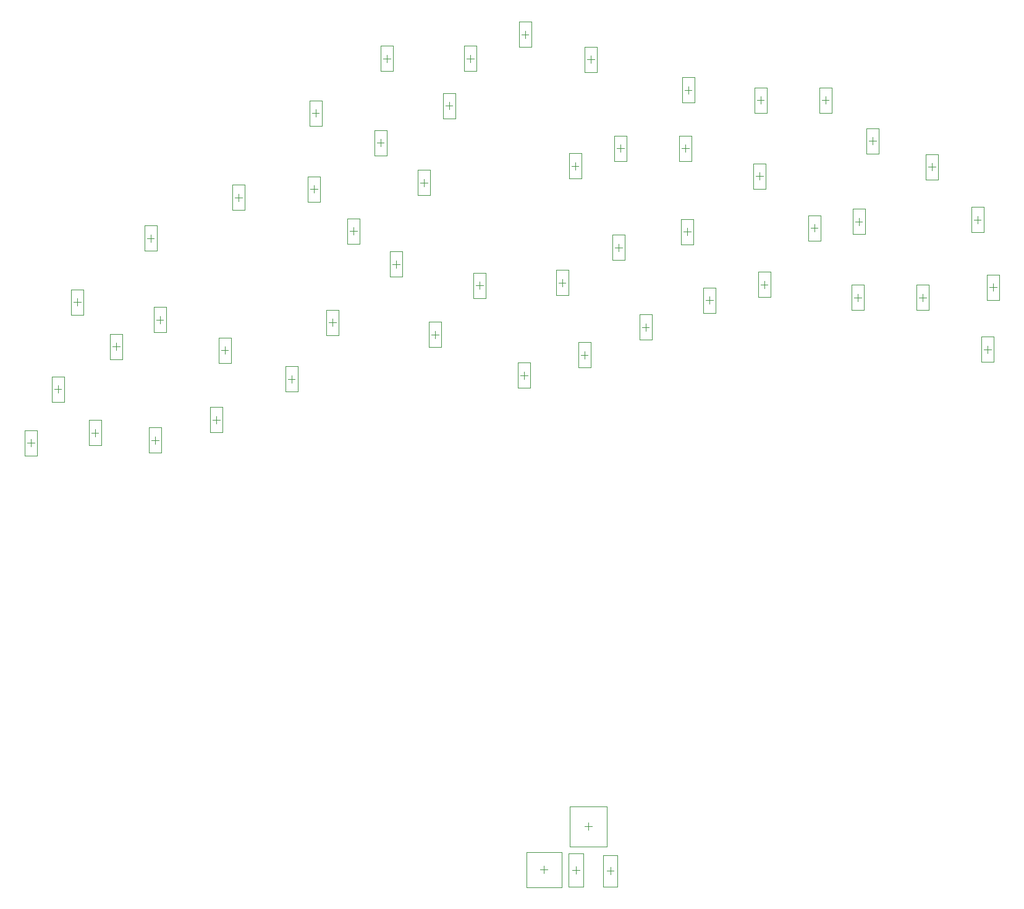
<source format=gbr>
%TF.GenerationSoftware,Altium Limited,Altium Designer,20.0.14 (345)*%
G04 Layer_Color=32768*
%FSLAX45Y45*%
%MOMM*%
%TF.FileFunction,Other,Mechanical_15*%
%TF.Part,Single*%
G01*
G75*
%TA.AperFunction,NonConductor*%
%ADD31C,0.10000*%
%ADD46C,0.05000*%
D31*
X10668000Y5068100D02*
Y5168100D01*
X10618000Y5118100D02*
X10718000D01*
X11087900Y5105400D02*
X11187900D01*
X11137900Y5055400D02*
Y5155400D01*
X10785500Y5719450D02*
X10885500D01*
X10835500Y5669450D02*
Y5769450D01*
X10229100Y5072600D02*
Y5172600D01*
X10179100Y5122600D02*
X10279100D01*
X9906800Y11899900D02*
X10006800D01*
X9956800Y11849900D02*
Y11949900D01*
X10041800Y11727400D02*
Y12072400D01*
X9871800Y11727400D02*
Y12072400D01*
X10041800D01*
X9871800Y11727400D02*
X10041800D01*
X8687600Y12458700D02*
X8787600D01*
X8737600Y12408700D02*
Y12508700D01*
X8822600Y12286200D02*
Y12631200D01*
X8652600Y12286200D02*
Y12631200D01*
X8822600D01*
X8652600Y12286200D02*
X8822600D01*
X7279000Y12623800D02*
X7379000D01*
X7329000Y12573800D02*
Y12673800D01*
X7414000Y12451300D02*
Y12796300D01*
X7244000Y12451300D02*
Y12796300D01*
X7414000D01*
X7244000Y12451300D02*
X7414000D01*
X8536300Y14541499D02*
X8636300D01*
X8586300Y14491499D02*
Y14591499D01*
X8671300Y14369000D02*
Y14714000D01*
X8501300Y14369000D02*
Y14714000D01*
X8671300D01*
X8501300Y14369000D02*
X8671300D01*
X7938300Y15087601D02*
X8038300D01*
X7988300Y15037601D02*
Y15137601D01*
X8073300Y14915100D02*
Y15260100D01*
X7903300Y14915100D02*
Y15260100D01*
X8073300D01*
X7903300Y14915100D02*
X8073300D01*
X7025000Y14452600D02*
X7125000D01*
X7075000Y14402600D02*
Y14502600D01*
X7160000Y14280099D02*
Y14625101D01*
X6990000Y14280099D02*
Y14625101D01*
X7160000D01*
X6990000Y14280099D02*
X7160000D01*
X9297200Y13131799D02*
X9397200D01*
X9347200Y13081799D02*
Y13181799D01*
X9432200Y12959300D02*
Y13304300D01*
X9262200Y12959300D02*
Y13304300D01*
X9432200D01*
X9262200Y12959300D02*
X9432200D01*
X8155300Y13423900D02*
X8255300D01*
X8205300Y13373900D02*
Y13473900D01*
X8290300Y13251401D02*
Y13596400D01*
X8120300Y13251401D02*
Y13596400D01*
X8290300D01*
X8120300Y13251401D02*
X8290300D01*
X7570000Y13877699D02*
X7670000D01*
X7620000Y13827699D02*
Y13927699D01*
X7705000Y13705200D02*
Y14050200D01*
X7535000Y13705200D02*
Y14050200D01*
X7705000D01*
X7535000Y13705200D02*
X7705000D01*
X8878100Y15595599D02*
X8978100D01*
X8928100Y15545599D02*
Y15645599D01*
X9013100Y15423100D02*
Y15768100D01*
X8843100Y15423100D02*
Y15768100D01*
X9013100D01*
X8843100Y15423100D02*
X9013100D01*
X8027200Y16243300D02*
X8127200D01*
X8077200Y16193300D02*
Y16293300D01*
X8162200Y16070799D02*
Y16415800D01*
X7992200Y16070799D02*
Y16415800D01*
X8162200D01*
X7992200Y16070799D02*
X8162200D01*
X7049300Y15494000D02*
X7149300D01*
X7099300Y15444000D02*
Y15544000D01*
X7184300Y15321500D02*
Y15666499D01*
X7014300Y15321500D02*
Y15666499D01*
X7184300D01*
X7014300Y15321500D02*
X7184300D01*
X6719100Y11849100D02*
X6819100D01*
X6769100Y11799100D02*
Y11899100D01*
X6854100Y11676600D02*
Y12021600D01*
X6684100Y11676600D02*
Y12021600D01*
X6854100D01*
X6684100Y11676600D02*
X6854100D01*
X5995200Y14338300D02*
X6095200D01*
X6045200Y14288300D02*
Y14388300D01*
X6130200Y14165800D02*
Y14510800D01*
X5960200Y14165800D02*
Y14510800D01*
X6130200D01*
X5960200Y14165800D02*
X6130200D01*
X5690400Y11290300D02*
X5790400D01*
X5740400Y11240300D02*
Y11340300D01*
X5825400Y11117800D02*
Y11462800D01*
X5655400Y11117800D02*
Y11462800D01*
X5825400D01*
X5655400Y11117800D02*
X5825400D01*
X5804700Y12242800D02*
X5904700D01*
X5854700Y12192800D02*
Y12292800D01*
X5939700Y12070300D02*
Y12415300D01*
X5769700Y12070300D02*
Y12415300D01*
X5939700D01*
X5769700Y12070300D02*
X5939700D01*
X4852200Y11010900D02*
X4952200D01*
X4902200Y10960900D02*
Y11060900D01*
X4987200Y10838400D02*
Y11183400D01*
X4817200Y10838400D02*
Y11183400D01*
X4987200D01*
X4817200Y10838400D02*
X4987200D01*
X4788700Y13779500D02*
X4888700D01*
X4838700Y13729500D02*
Y13829500D01*
X4923700Y13607001D02*
Y13952000D01*
X4753700Y13607001D02*
Y13952000D01*
X4923700D01*
X4753700Y13607001D02*
X4923700D01*
X9170200Y16243300D02*
X9270200D01*
X9220200Y16193300D02*
Y16293300D01*
X9305200Y16070799D02*
Y16415800D01*
X9135200Y16070799D02*
Y16415800D01*
X9305200D01*
X9135200Y16070799D02*
X9305200D01*
X4026700Y11112500D02*
X4126700D01*
X4076700Y11062500D02*
Y11162500D01*
X4161700Y10940000D02*
Y11285000D01*
X3991700Y10940000D02*
Y11285000D01*
X4161700D01*
X3991700Y10940000D02*
X4161700D01*
X4915700Y12661900D02*
X5015700D01*
X4965700Y12611900D02*
Y12711900D01*
X5050700Y12489400D02*
Y12834399D01*
X4880700Y12489400D02*
Y12834399D01*
X5050700D01*
X4880700Y12489400D02*
X5050700D01*
X4318800Y12293600D02*
X4418800D01*
X4368800Y12243600D02*
Y12343600D01*
X4453800Y12121100D02*
Y12466100D01*
X4283800Y12121100D02*
Y12466100D01*
X4453800D01*
X4283800Y12121100D02*
X4453800D01*
X3785400Y12903200D02*
X3885400D01*
X3835400Y12853200D02*
Y12953200D01*
X3920400Y12730700D02*
Y13075700D01*
X3750400Y12730700D02*
Y13075700D01*
X3920400D01*
X3750400Y12730700D02*
X3920400D01*
X16256799Y12255500D02*
X16356799D01*
X16306799Y12205500D02*
Y12305500D01*
X16391800Y12083000D02*
Y12428000D01*
X16221800Y12083000D02*
Y12428000D01*
X16391800D01*
X16221800Y12083000D02*
X16391800D01*
X15367799Y12966701D02*
X15467799D01*
X15417799Y12916701D02*
Y13016701D01*
X15502800Y12794200D02*
Y13139200D01*
X15332800Y12794200D02*
Y13139200D01*
X15502800D01*
X15332800Y12794200D02*
X15502800D01*
X14478799Y12966701D02*
X14578799D01*
X14528799Y12916701D02*
Y13016701D01*
X14613800Y12794200D02*
Y13139200D01*
X14443800Y12794200D02*
Y13139200D01*
X14613800D01*
X14443800Y12794200D02*
X14613800D01*
X14682001Y15113000D02*
X14782001D01*
X14732001Y15063000D02*
Y15163000D01*
X14817000Y14940500D02*
Y15285500D01*
X14647000Y14940500D02*
Y15285500D01*
X14817000D01*
X14647000Y14940500D02*
X14817000D01*
X13132600Y14630400D02*
X13232600D01*
X13182600Y14580400D02*
Y14680400D01*
X13267599Y14457899D02*
Y14802901D01*
X13097600Y14457899D02*
Y14802901D01*
X13267599D01*
X13097600Y14457899D02*
X13267599D01*
X13196100Y13144501D02*
X13296100D01*
X13246100Y13094501D02*
Y13194501D01*
X13331100Y12972000D02*
Y13317000D01*
X13161099Y12972000D02*
Y13317000D01*
X13331100D01*
X13161099Y12972000D02*
X13331100D01*
X16333000Y13106400D02*
X16433000D01*
X16383000Y13056400D02*
Y13156400D01*
X16467999Y12933900D02*
Y13278900D01*
X16298000Y12933900D02*
Y13278900D01*
X16467999D01*
X16298000Y12933900D02*
X16467999D01*
X16117101Y14033501D02*
X16217101D01*
X16167101Y13983501D02*
Y14083501D01*
X16252100Y13861000D02*
Y14206000D01*
X16082100Y13861000D02*
Y14206000D01*
X16252100D01*
X16082100Y13861000D02*
X16252100D01*
X15494800Y14757401D02*
X15594800D01*
X15544800Y14707401D02*
Y14807401D01*
X15629800Y14584900D02*
Y14929900D01*
X15459801Y14584900D02*
Y14929900D01*
X15629800D01*
X15459801Y14584900D02*
X15629800D01*
X14491499Y14008099D02*
X14591499D01*
X14541499Y13958099D02*
Y14058099D01*
X14626500Y13835600D02*
Y14180600D01*
X14456500Y13835600D02*
Y14180600D01*
X14626500D01*
X14456500Y13835600D02*
X14626500D01*
X14034300Y15671800D02*
X14134300D01*
X14084300Y15621800D02*
Y15721800D01*
X14169299Y15499300D02*
Y15844299D01*
X13999300Y15499300D02*
Y15844299D01*
X14169299D01*
X13999300Y15499300D02*
X14169299D01*
X13145300Y15671800D02*
X13245300D01*
X13195300Y15621800D02*
Y15721800D01*
X13280299Y15499300D02*
Y15844299D01*
X13110300Y15499300D02*
Y15844299D01*
X13280299D01*
X13110300Y15499300D02*
X13280299D01*
X13881900Y13919200D02*
X13981900D01*
X13931900Y13869200D02*
Y13969200D01*
X14016901Y13746700D02*
Y14091701D01*
X13846899Y13746700D02*
Y14091701D01*
X14016901D01*
X13846899Y13746700D02*
X14016901D01*
X12446800Y12928600D02*
X12546800D01*
X12496800Y12878600D02*
Y12978600D01*
X12581800Y12756100D02*
Y13101100D01*
X12411800Y12756100D02*
Y13101100D01*
X12581800D01*
X12411800Y12756100D02*
X12581800D01*
X11570500Y12560300D02*
X11670500D01*
X11620500Y12510300D02*
Y12610300D01*
X11705500Y12387800D02*
Y12732800D01*
X11535500Y12387800D02*
Y12732800D01*
X11705500D01*
X11535500Y12387800D02*
X11705500D01*
X10732300Y12179300D02*
X10832300D01*
X10782300Y12129300D02*
Y12229300D01*
X10867300Y12006800D02*
Y12351800D01*
X10697300Y12006800D02*
Y12351800D01*
X10867300D01*
X10697300Y12006800D02*
X10867300D01*
X12116600Y15011400D02*
X12216600D01*
X12166600Y14961400D02*
Y15061400D01*
X12251600Y14838901D02*
Y15183900D01*
X12081600Y14838901D02*
Y15183900D01*
X12251600D01*
X12081600Y14838901D02*
X12251600D01*
X11227600Y15011400D02*
X11327600D01*
X11277600Y14961400D02*
Y15061400D01*
X11362600Y14838901D02*
Y15183900D01*
X11192600Y14838901D02*
Y15183900D01*
X11362600D01*
X11192600Y14838901D02*
X11362600D01*
X10605300Y14770100D02*
X10705300D01*
X10655300Y14720100D02*
Y14820100D01*
X10740300Y14597600D02*
Y14942599D01*
X10570300Y14597600D02*
Y14942599D01*
X10740300D01*
X10570300Y14597600D02*
X10740300D01*
X12142000Y13868401D02*
X12242000D01*
X12192000Y13818401D02*
Y13918401D01*
X12277000Y13695900D02*
Y14040900D01*
X12107000Y13695900D02*
Y14040900D01*
X12277000D01*
X12107000Y13695900D02*
X12277000D01*
X11202200Y13652499D02*
X11302200D01*
X11252200Y13602499D02*
Y13702499D01*
X11337200Y13480000D02*
Y13825000D01*
X11167200Y13480000D02*
Y13825000D01*
X11337200D01*
X11167200Y13480000D02*
X11337200D01*
X10427500Y13169901D02*
X10527500D01*
X10477500Y13119901D02*
Y13219901D01*
X10562500Y12997400D02*
Y13342400D01*
X10392500Y12997400D02*
Y13342400D01*
X10562500D01*
X10392500Y12997400D02*
X10562500D01*
X12154700Y15811501D02*
X12254700D01*
X12204700Y15761501D02*
Y15861501D01*
X12289700Y15639000D02*
Y15984000D01*
X12119700Y15639000D02*
Y15984000D01*
X12289700D01*
X12119700Y15639000D02*
X12289700D01*
X10821200Y16230600D02*
X10921200D01*
X10871200Y16180600D02*
Y16280600D01*
X10956200Y16058099D02*
Y16403101D01*
X10786200Y16058099D02*
Y16403101D01*
X10956200D01*
X10786200Y16058099D02*
X10956200D01*
X9919500Y16573500D02*
X10019500D01*
X9969500Y16523500D02*
Y16623500D01*
X10054500Y16400999D02*
Y16746001D01*
X9884500Y16400999D02*
Y16746001D01*
X10054500D01*
X9884500Y16400999D02*
X10054500D01*
X3150400Y10972800D02*
X3250400D01*
X3200400Y10922800D02*
Y11022800D01*
X3285400Y10800300D02*
Y11145300D01*
X3115400Y10800300D02*
Y11145300D01*
X3285400D01*
X3115400Y10800300D02*
X3285400D01*
X3518700Y11709400D02*
X3618700D01*
X3568700Y11659400D02*
Y11759400D01*
X3653700Y11536900D02*
Y11881900D01*
X3483700Y11536900D02*
Y11881900D01*
X3653700D01*
X3483700Y11536900D02*
X3653700D01*
D46*
X10563000Y4888100D02*
X10773000D01*
X10563000Y5348100D02*
X10773000D01*
X10563000Y4888100D02*
Y5348100D01*
X10773000Y4888100D02*
Y5348100D01*
X11037900Y4887900D02*
Y5322900D01*
X11237900Y4887900D02*
Y5322900D01*
X11037900Y4887900D02*
X11237900D01*
X11037900Y5322900D02*
X11237900D01*
X11090500Y5442200D02*
Y5992200D01*
X10580500Y5442200D02*
Y5992200D01*
X11090500D01*
X10580500Y5442200D02*
X11090500D01*
X9989100Y4882600D02*
X10469100D01*
X9989100Y5362600D02*
X10469100D01*
Y4882600D02*
Y5362600D01*
X9989100Y4882600D02*
Y5362600D01*
%TF.MD5,cfd3be4ba5407166cf8ac4b6ceb6bee6*%
M02*

</source>
